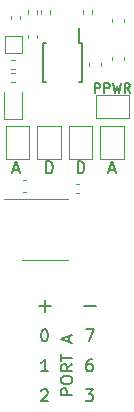
<source format=gbr>
%TF.GenerationSoftware,KiCad,Pcbnew,6.0.11+dfsg-1~bpo11+1*%
%TF.CreationDate,2023-10-28T20:26:38+09:00*%
%TF.ProjectId,pcb-devboard,7063622d-6465-4766-926f-6172642e6b69,rev?*%
%TF.SameCoordinates,Original*%
%TF.FileFunction,Legend,Top*%
%TF.FilePolarity,Positive*%
%FSLAX46Y46*%
G04 Gerber Fmt 4.6, Leading zero omitted, Abs format (unit mm)*
G04 Created by KiCad (PCBNEW 6.0.11+dfsg-1~bpo11+1) date 2023-10-28 20:26:38*
%MOMM*%
%LPD*%
G01*
G04 APERTURE LIST*
%ADD10C,0.150000*%
%ADD11C,0.120000*%
G04 APERTURE END LIST*
D10*
X144145000Y-118872000D02*
X144145000Y-119888000D01*
X147447000Y-119380000D02*
X148463000Y-119380000D01*
X143637000Y-119380000D02*
X144653000Y-119380000D01*
X144430714Y-124912380D02*
X143859285Y-124912380D01*
X144145000Y-124912380D02*
X144145000Y-123912380D01*
X144049761Y-124055238D01*
X143954523Y-124150476D01*
X143859285Y-124198095D01*
X146931095Y-108148380D02*
X146931095Y-107148380D01*
X147169190Y-107148380D01*
X147312047Y-107196000D01*
X147407285Y-107291238D01*
X147454904Y-107386476D01*
X147502523Y-107576952D01*
X147502523Y-107719809D01*
X147454904Y-107910285D01*
X147407285Y-108005523D01*
X147312047Y-108100761D01*
X147169190Y-108148380D01*
X146931095Y-108148380D01*
X147621666Y-121372380D02*
X148288333Y-121372380D01*
X147859761Y-122372380D01*
X149621904Y-107862666D02*
X150098095Y-107862666D01*
X149526666Y-108148380D02*
X149860000Y-107148380D01*
X150193333Y-108148380D01*
X143859285Y-126547619D02*
X143906904Y-126500000D01*
X144002142Y-126452380D01*
X144240238Y-126452380D01*
X144335476Y-126500000D01*
X144383095Y-126547619D01*
X144430714Y-126642857D01*
X144430714Y-126738095D01*
X144383095Y-126880952D01*
X143811666Y-127452380D01*
X144430714Y-127452380D01*
X144097380Y-121372380D02*
X144192619Y-121372380D01*
X144287857Y-121420000D01*
X144335476Y-121467619D01*
X144383095Y-121562857D01*
X144430714Y-121753333D01*
X144430714Y-121991428D01*
X144383095Y-122181904D01*
X144335476Y-122277142D01*
X144287857Y-122324761D01*
X144192619Y-122372380D01*
X144097380Y-122372380D01*
X144002142Y-122324761D01*
X143954523Y-122277142D01*
X143906904Y-122181904D01*
X143859285Y-121991428D01*
X143859285Y-121753333D01*
X143906904Y-121562857D01*
X143954523Y-121467619D01*
X144002142Y-121420000D01*
X144097380Y-121372380D01*
X146502380Y-126936190D02*
X145502380Y-126936190D01*
X145502380Y-126555238D01*
X145550000Y-126460000D01*
X145597619Y-126412380D01*
X145692857Y-126364761D01*
X145835714Y-126364761D01*
X145930952Y-126412380D01*
X145978571Y-126460000D01*
X146026190Y-126555238D01*
X146026190Y-126936190D01*
X145502380Y-125745714D02*
X145502380Y-125555238D01*
X145550000Y-125460000D01*
X145645238Y-125364761D01*
X145835714Y-125317142D01*
X146169047Y-125317142D01*
X146359523Y-125364761D01*
X146454761Y-125460000D01*
X146502380Y-125555238D01*
X146502380Y-125745714D01*
X146454761Y-125840952D01*
X146359523Y-125936190D01*
X146169047Y-125983809D01*
X145835714Y-125983809D01*
X145645238Y-125936190D01*
X145550000Y-125840952D01*
X145502380Y-125745714D01*
X146502380Y-124317142D02*
X146026190Y-124650476D01*
X146502380Y-124888571D02*
X145502380Y-124888571D01*
X145502380Y-124507619D01*
X145550000Y-124412380D01*
X145597619Y-124364761D01*
X145692857Y-124317142D01*
X145835714Y-124317142D01*
X145930952Y-124364761D01*
X145978571Y-124412380D01*
X146026190Y-124507619D01*
X146026190Y-124888571D01*
X145502380Y-124031428D02*
X145502380Y-123460000D01*
X146502380Y-123745714D02*
X145502380Y-123745714D01*
X146216666Y-122412380D02*
X146216666Y-121936190D01*
X146502380Y-122507619D02*
X145502380Y-122174285D01*
X146502380Y-121840952D01*
X148393333Y-101326904D02*
X148393333Y-100526904D01*
X148698095Y-100526904D01*
X148774285Y-100565000D01*
X148812380Y-100603095D01*
X148850476Y-100679285D01*
X148850476Y-100793571D01*
X148812380Y-100869761D01*
X148774285Y-100907857D01*
X148698095Y-100945952D01*
X148393333Y-100945952D01*
X149193333Y-101326904D02*
X149193333Y-100526904D01*
X149498095Y-100526904D01*
X149574285Y-100565000D01*
X149612380Y-100603095D01*
X149650476Y-100679285D01*
X149650476Y-100793571D01*
X149612380Y-100869761D01*
X149574285Y-100907857D01*
X149498095Y-100945952D01*
X149193333Y-100945952D01*
X149917142Y-100526904D02*
X150107619Y-101326904D01*
X150260000Y-100755476D01*
X150412380Y-101326904D01*
X150602857Y-100526904D01*
X151364761Y-101326904D02*
X151098095Y-100945952D01*
X150907619Y-101326904D02*
X150907619Y-100526904D01*
X151212380Y-100526904D01*
X151288571Y-100565000D01*
X151326666Y-100603095D01*
X151364761Y-100679285D01*
X151364761Y-100793571D01*
X151326666Y-100869761D01*
X151288571Y-100907857D01*
X151212380Y-100945952D01*
X150907619Y-100945952D01*
X141493904Y-107862666D02*
X141970095Y-107862666D01*
X141398666Y-108148380D02*
X141732000Y-107148380D01*
X142065333Y-108148380D01*
X147621666Y-126452380D02*
X148240714Y-126452380D01*
X147907380Y-126833333D01*
X148050238Y-126833333D01*
X148145476Y-126880952D01*
X148193095Y-126928571D01*
X148240714Y-127023809D01*
X148240714Y-127261904D01*
X148193095Y-127357142D01*
X148145476Y-127404761D01*
X148050238Y-127452380D01*
X147764523Y-127452380D01*
X147669285Y-127404761D01*
X147621666Y-127357142D01*
X148145476Y-123912380D02*
X147955000Y-123912380D01*
X147859761Y-123960000D01*
X147812142Y-124007619D01*
X147716904Y-124150476D01*
X147669285Y-124340952D01*
X147669285Y-124721904D01*
X147716904Y-124817142D01*
X147764523Y-124864761D01*
X147859761Y-124912380D01*
X148050238Y-124912380D01*
X148145476Y-124864761D01*
X148193095Y-124817142D01*
X148240714Y-124721904D01*
X148240714Y-124483809D01*
X148193095Y-124388571D01*
X148145476Y-124340952D01*
X148050238Y-124293333D01*
X147859761Y-124293333D01*
X147764523Y-124340952D01*
X147716904Y-124388571D01*
X147669285Y-124483809D01*
X144264095Y-108148380D02*
X144264095Y-107148380D01*
X144502190Y-107148380D01*
X144645047Y-107196000D01*
X144740285Y-107291238D01*
X144787904Y-107386476D01*
X144835523Y-107576952D01*
X144835523Y-107719809D01*
X144787904Y-107910285D01*
X144740285Y-108005523D01*
X144645047Y-108100761D01*
X144502190Y-108148380D01*
X144264095Y-108148380D01*
D11*
%TO.C,C3*%
X142302620Y-109730000D02*
X142583780Y-109730000D01*
X142302620Y-108710000D02*
X142583780Y-108710000D01*
D10*
%TO.C,U1*%
X147318600Y-97080100D02*
X147093600Y-97080100D01*
X147318600Y-100430100D02*
X147018600Y-100430100D01*
X147093600Y-97080100D02*
X147093600Y-95855100D01*
X143968600Y-97080100D02*
X143968600Y-100430100D01*
X147318600Y-97080100D02*
X147318600Y-100430100D01*
X143968600Y-97080100D02*
X144268600Y-97080100D01*
X143968600Y-100430100D02*
X144268600Y-100430100D01*
D11*
%TO.C,R3*%
X141301200Y-94818859D02*
X141301200Y-95126141D01*
X142061200Y-94818859D02*
X142061200Y-95126141D01*
%TO.C,JP5*%
X150860000Y-104122000D02*
X150860000Y-106922000D01*
X150860000Y-106922000D02*
X148860000Y-106922000D01*
X148860000Y-106922000D02*
X148860000Y-104122000D01*
X148860000Y-104122000D02*
X150860000Y-104122000D01*
%TO.C,R7*%
X141322359Y-99312900D02*
X141629641Y-99312900D01*
X141322359Y-98552900D02*
X141629641Y-98552900D01*
%TO.C,R1*%
X147397200Y-94641541D02*
X147397200Y-94334259D01*
X148157200Y-94641541D02*
X148157200Y-94334259D01*
%TO.C,JP1*%
X151310800Y-103489000D02*
X148510800Y-103489000D01*
X148510800Y-103489000D02*
X148510800Y-101489000D01*
X151310800Y-101489000D02*
X151310800Y-103489000D01*
X148510800Y-101489000D02*
X151310800Y-101489000D01*
%TO.C,JP3*%
X148193000Y-106922000D02*
X146193000Y-106922000D01*
X146193000Y-104122000D02*
X148193000Y-104122000D01*
X148193000Y-104122000D02*
X148193000Y-106922000D01*
X146193000Y-106922000D02*
X146193000Y-104122000D01*
%TO.C,D1*%
X140743000Y-101308000D02*
X140743000Y-103593000D01*
X142213000Y-103593000D02*
X142213000Y-101308000D01*
X140743000Y-103593000D02*
X142213000Y-103593000D01*
%TO.C,C2*%
X147876800Y-99073480D02*
X147876800Y-98792320D01*
X148896800Y-99073480D02*
X148896800Y-98792320D01*
%TO.C,R6*%
X141629641Y-100379700D02*
X141322359Y-100379700D01*
X141629641Y-99619700D02*
X141322359Y-99619700D01*
%TO.C,R2*%
X144626600Y-94643541D02*
X144626600Y-94336259D01*
X143866600Y-94643541D02*
X143866600Y-94336259D01*
%TO.C,R5*%
X142723600Y-94336259D02*
X142723600Y-94643541D01*
X143483600Y-94336259D02*
X143483600Y-94643541D01*
%TO.C,C4*%
X149807200Y-98565480D02*
X149807200Y-98284320D01*
X150827200Y-98565480D02*
X150827200Y-98284320D01*
%TO.C,JP2*%
X143526000Y-104122000D02*
X145526000Y-104122000D01*
X145526000Y-104122000D02*
X145526000Y-106922000D01*
X145526000Y-106922000D02*
X143526000Y-106922000D01*
X143526000Y-106922000D02*
X143526000Y-104122000D01*
%TO.C,JP4*%
X140859000Y-106922000D02*
X140859000Y-104122000D01*
X140859000Y-104122000D02*
X142859000Y-104122000D01*
X142859000Y-106922000D02*
X140859000Y-106922000D01*
X142859000Y-104122000D02*
X142859000Y-106922000D01*
%TO.C,U2*%
X144145000Y-110343000D02*
X146095000Y-110343000D01*
X144145000Y-115463000D02*
X146095000Y-115463000D01*
X144145000Y-115463000D02*
X142195000Y-115463000D01*
X144145000Y-110343000D02*
X140695000Y-110343000D01*
%TO.C,C1*%
X150827200Y-95378080D02*
X150827200Y-95096920D01*
X149807200Y-95378080D02*
X149807200Y-95096920D01*
%TO.C,R8*%
X147065241Y-109828600D02*
X146757959Y-109828600D01*
X147065241Y-109068600D02*
X146757959Y-109068600D01*
%TO.C,R4*%
X142723600Y-96419059D02*
X142723600Y-96726341D01*
X143483600Y-96419059D02*
X143483600Y-96726341D01*
%TO.C,TP1*%
X140803400Y-97931200D02*
X140803400Y-96531200D01*
X140803400Y-96531200D02*
X142203400Y-96531200D01*
X142203400Y-97931200D02*
X140803400Y-97931200D01*
X142203400Y-96531200D02*
X142203400Y-97931200D01*
%TD*%
M02*

</source>
